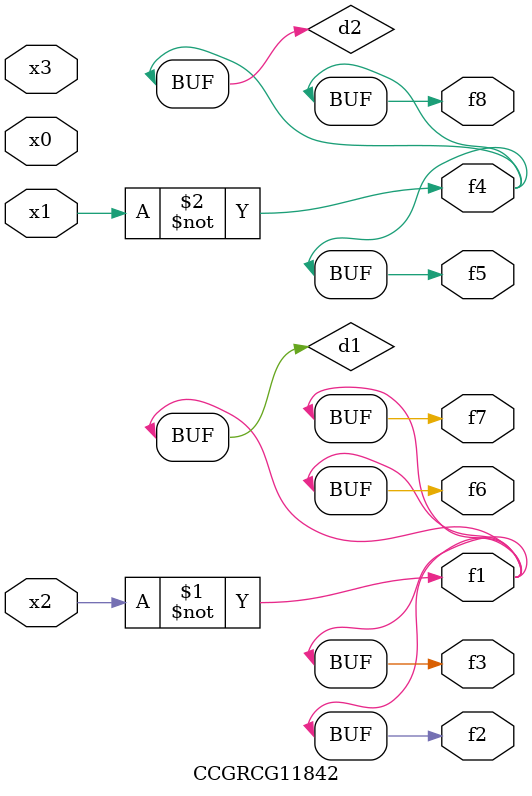
<source format=v>
module CCGRCG11842(
	input x0, x1, x2, x3,
	output f1, f2, f3, f4, f5, f6, f7, f8
);

	wire d1, d2;

	xnor (d1, x2);
	not (d2, x1);
	assign f1 = d1;
	assign f2 = d1;
	assign f3 = d1;
	assign f4 = d2;
	assign f5 = d2;
	assign f6 = d1;
	assign f7 = d1;
	assign f8 = d2;
endmodule

</source>
